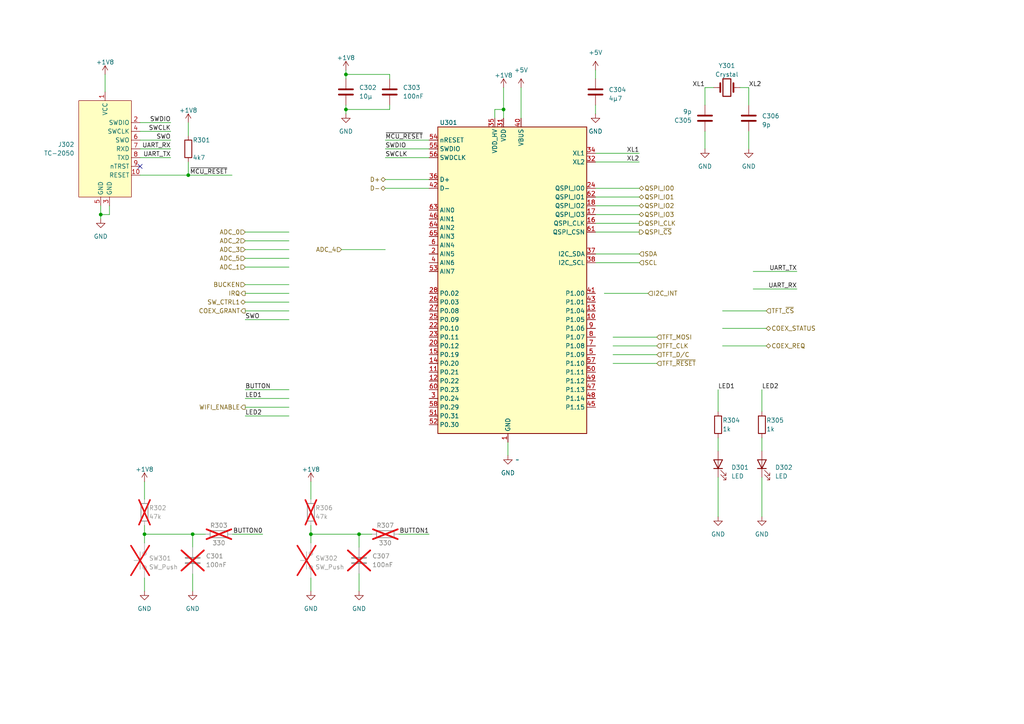
<source format=kicad_sch>
(kicad_sch (version 20231120) (generator "eeschema") (generator_version "8.0")
  (paper "A4")
  (title_block (title "Firewaterburn") (rev "0.2"))
  (lib_symbols
    (symbol "Device:C" (pin_numbers hide) (pin_names (offset 0.254))
      (property "Reference" "C" (at 0.635 2.54 0))
      (property "Value" "C" (at 0.635 -2.54 0))
      (symbol "C_0_1"
        (polyline (pts (xy -2.032 -0.762) (xy 2.032 -0.762)) (stroke (width 0.508)))
        (polyline (pts (xy -2.032 0.762) (xy 2.032 0.762)) (stroke (width 0.508)))
      )
      (symbol "C_1_1"
        (pin passive line (at 0 3.81 270) (length 2.794) (name "~") (number "1"))
        (pin passive line (at 0 -3.81 90) (length 2.794) (name "~") (number "2"))
      )
    )
    (symbol "Device:Crystal" (pin_numbers hide) (pin_names (offset 1.016) hide)
      (property "Reference" "Y" (at 0 3.81 0))
      (property "Value" "Crystal" (at 0 -3.81 0))
      (symbol "Crystal_0_1"
        (rectangle (start -1.143 2.54) (end 1.143 -2.54) (stroke (width 0.3048)))
        (polyline (pts (xy -2.54 0) (xy -1.905 0)))
        (polyline (pts (xy -1.905 -1.27) (xy -1.905 1.27)) (stroke (width 0.508)))
        (polyline (pts (xy 1.905 -1.27) (xy 1.905 1.27)) (stroke (width 0.508)))
        (polyline (pts (xy 2.54 0) (xy 1.905 0)))
      )
      (symbol "Crystal_1_1"
        (pin passive line (at -3.81 0 0) (length 1.27) (name "1") (number "1"))
        (pin passive line (at 3.81 0 180) (length 1.27) (name "2") (number "2"))
      )
    )
    (symbol "Device:LED" (pin_numbers hide) (pin_names (offset 1.016) hide)
      (property "Reference" "D" (at 0 2.54 0))
      (property "Value" "LED" (at 0 -2.54 0))
      (symbol "LED_0_1"
        (polyline (pts (xy -1.27 -1.27) (xy -1.27 1.27)) (stroke (width 0.254)))
        (polyline (pts (xy -1.27 0) (xy 1.27 0)))
        (polyline (pts (xy 1.27 -1.27) (xy 1.27 1.27) (xy -1.27 0) (xy 1.27 -1.27)) (stroke (width 0.254)))
        (polyline (pts (xy -3.048 -0.762) (xy -4.572 -2.286) (xy -3.81 -2.286) (xy -4.572 -2.286) (xy -4.572 -1.524)))
        (polyline (pts (xy -1.778 -0.762) (xy -3.302 -2.286) (xy -2.54 -2.286) (xy -3.302 -2.286) (xy -3.302 -1.524)))
      )
      (symbol "LED_1_1"
        (pin passive line (at -3.81 0 0) (length 2.54) (name "K") (number "1"))
        (pin passive line (at 3.81 0 180) (length 2.54) (name "A") (number "2"))
      )
    )
    (symbol "Device:R" (pin_numbers hide) (pin_names (offset 0))
      (property "Reference" "R" (at 2.032 0 90))
      (property "Value" "R" (at 0 0 90))
      (symbol "R_0_1"
        (rectangle (start -1.016 -2.54) (end 1.016 2.54) (stroke (width 0.254)))
      )
      (symbol "R_1_1"
        (pin passive line (at 0 3.81 270) (length 1.27) (name "~") (number "1"))
        (pin passive line (at 0 -3.81 90) (length 1.27) (name "~") (number "2"))
      )
    )
    (symbol "Switch:SW_Push" (pin_numbers hide) (pin_names (offset 1.016) hide)
      (property "Reference" "SW" (at 1.27 2.54 0))
      (property "Value" "SW_Push" (at 0 -1.524 0))
      (symbol "SW_Push_0_1"
        (circle (center -2.032 0) (radius 0.508))
        (polyline (pts (xy 0 1.27) (xy 0 3.048)))
        (polyline (pts (xy 2.54 1.27) (xy -2.54 1.27)))
        (circle (center 2.032 0) (radius 0.508))
        (pin passive line (at -5.08 0 0) (length 2.54) (name "1") (number "1"))
        (pin passive line (at 5.08 0 180) (length 2.54) (name "2") (number "2"))
      )
    )
    (symbol "mylib_connectors:TC-2050"
      (property "Reference" "J" (at -6.35 15.24 0))
      (property "Value" "TC-2050" (at 5.08 15.24 0))
      (symbol "TC-2050_1_1"
        (rectangle (start -7.62 13.97) (end 7.62 -13.97) (fill (type background)))
        (pin power_in line (at 0 16.51 270) (length 2.54) (name "VCC") (number "1"))
        (pin bidirectional line (at -10.16 -7.62 0) (length 2.54) (name "RESET") (number "10"))
        (pin bidirectional line (at -10.16 7.62 0) (length 2.54) (name "TMS") (number "2") (alternate "SWDIO" bidirectional line))
        (pin power_in line (at -1.27 -16.51 90) (length 2.54) (name "GND") (number "3"))
        (pin bidirectional line (at -10.16 5.08 0) (length 2.54) (name "TCK") (number "4") (alternate "SWCLK" bidirectional line))
        (pin power_in line (at 1.27 -16.51 90) (length 2.54) (name "GND") (number "5"))
        (pin bidirectional line (at -10.16 2.54 0) (length 2.54) (name "TDO") (number "6") (alternate "SWO" bidirectional line))
        (pin bidirectional line (at -10.16 0 0) (length 2.54) (name "RTCLK") (number "7") (alternate "RXD" bidirectional line))
        (pin bidirectional line (at -10.16 -2.54 0) (length 2.54) (name "TDI") (number "8") (alternate "TXD" bidirectional line))
        (pin bidirectional line (at -10.16 -5.08 0) (length 2.54) (name "nTRST") (number "9"))
      )
    )
    (symbol "mylib_ic:BL5340"
      (property "Reference" "U" (at 1.27 45.72 0))
      (symbol "BL5340_1_1"
        (rectangle (start -20.32 44.45) (end 22.86 -44.45) (stroke (width 0.254)) (fill (type background)))
        (pin power_in line (at 0 -46.99 90) (length 2.54) (name "GND") (number "1"))
        (pin bidirectional line (at 25.4 -11.43 180) (length 2.54) (name "P1.05") (number "10"))
        (pin bidirectional line (at -22.86 -26.67 0) (length 2.54) (name "P0.21") (number "11"))
        (pin bidirectional line (at -22.86 -29.21 0) (length 2.54) (name "P0.22") (number "12"))
        (pin bidirectional line (at 25.4 -8.89 180) (length 2.54) (name "P1.04") (number "13"))
        (pin bidirectional line (at -22.86 -24.13 0) (length 2.54) (name "P0.20") (number "14"))
        (pin bidirectional line (at -22.86 -21.59 0) (length 2.54) (name "P0.19") (number "15"))
        (pin bidirectional line (at 25.4 16.51 180) (length 2.54) (name "P0.17") (number "16") (alternate "QSPI_CLK" bidirectional line))
        (pin bidirectional line (at 25.4 19.05 180) (length 2.54) (name "P0.16") (number "17") (alternate "QSPI_IO3" bidirectional line))
        (pin bidirectional line (at 25.4 21.59 180) (length 2.54) (name "P0.15") (number "18") (alternate "QSPI_IO2" bidirectional line))
        (pin power_in line (at 0 -46.99 90) (length 2.54) hide (name "GND") (number "19"))
        (pin bidirectional line (at -22.86 7.62 0) (length 2.54) (name "P0.26") (number "2") (alternate "AIN5" bidirectional line))
        (pin bidirectional line (at -22.86 -19.05 0) (length 2.54) (name "P0.12") (number "20"))
        (pin power_in line (at 0 -46.99 90) (length 2.54) hide (name "GND") (number "21"))
        (pin bidirectional line (at -22.86 -13.97 0) (length 2.54) (name "P0.10") (number "22"))
        (pin bidirectional line (at -22.86 -16.51 0) (length 2.54) (name "P0.11") (number "23"))
        (pin bidirectional line (at 25.4 26.67 180) (length 2.54) (name "P0.13") (number "24") (alternate "QSPI_IO0" input line))
        (pin bidirectional line (at -22.86 -11.43 0) (length 2.54) (name "P0.09") (number "25"))
        (pin bidirectional line (at -22.86 -6.35 0) (length 2.54) (name "P0.03") (number "26"))
        (pin bidirectional line (at -22.86 -8.89 0) (length 2.54) (name "P0.08") (number "27"))
        (pin bidirectional line (at -22.86 -3.81 0) (length 2.54) (name "P0.02") (number "28"))
        (pin power_in line (at 0 -46.99 90) (length 2.54) hide (name "GND") (number "29"))
        (pin bidirectional line (at -22.86 -34.29 0) (length 2.54) (name "P0.24") (number "3"))
        (pin power_in line (at 0 -46.99 90) (length 2.54) hide (name "GND") (number "30"))
        (pin power_in line (at -1.27 46.99 270) (length 2.54) (name "VDD") (number "31"))
        (pin bidirectional line (at 25.4 34.29 180) (length 2.54) (name "P0.01") (number "32") (alternate "XL2" bidirectional line))
        (pin power_in line (at 0 -46.99 90) (length 2.54) hide (name "GND") (number "33"))
        (pin bidirectional line (at 25.4 36.83 180) (length 2.54) (name "P0.00") (number "34") (alternate "XL1" bidirectional line))
        (pin power_in line (at -3.81 46.99 270) (length 2.54) (name "VDD_HV") (number "35"))
        (pin bidirectional line (at -22.86 29.21 0) (length 2.54) (name "D+") (number "36"))
        (pin bidirectional line (at 25.4 7.62 180) (length 2.54) (name "P1.02") (number "37") (alternate "I2C_SDA" bidirectional line))
        (pin bidirectional line (at 25.4 5.08 180) (length 2.54) (name "P1.03") (number "38") (alternate "I2C_SCL" bidirectional line))
        (pin power_in line (at 0 -46.99 90) (length 2.54) hide (name "GND") (number "39"))
        (pin bidirectional line (at -22.86 5.08 0) (length 2.54) (name "P0.27") (number "4") (alternate "AIN6" bidirectional line))
        (pin power_in line (at 3.81 46.99 270) (length 2.54) (name "VBUS") (number "40"))
        (pin bidirectional line (at 25.4 -3.81 180) (length 2.54) (name "P1.00") (number "41"))
        (pin bidirectional line (at -22.86 26.67 0) (length 2.54) (name "D-") (number "42"))
        (pin bidirectional line (at 25.4 -6.35 180) (length 2.54) (name "P1.01") (number "43"))
        (pin power_in line (at 0 -46.99 90) (length 2.54) hide (name "GND") (number "44"))
        (pin bidirectional line (at 25.4 -36.83 180) (length 2.54) (name "P1.15") (number "45"))
        (pin bidirectional line (at -22.86 17.78 0) (length 2.54) (name "P0.05") (number "46") (alternate "AIN1" bidirectional line))
        (pin bidirectional line (at 25.4 -31.75 180) (length 2.54) (name "P1.13") (number "47"))
        (pin bidirectional line (at 25.4 -34.29 180) (length 2.54) (name "P1.14") (number "48"))
        (pin bidirectional line (at 25.4 -29.21 180) (length 2.54) (name "P1.12") (number "49"))
        (pin bidirectional line (at 25.4 -21.59 180) (length 2.54) (name "P1.09") (number "5"))
        (pin bidirectional line (at 25.4 -26.67 180) (length 2.54) (name "P1.11") (number "50"))
        (pin bidirectional line (at -22.86 -39.37 0) (length 2.54) (name "P0.31") (number "51"))
        (pin bidirectional line (at -22.86 -41.91 0) (length 2.54) (name "P0.30") (number "52"))
        (pin bidirectional line (at -22.86 2.54 0) (length 2.54) (name "P0.28") (number "53") (alternate "AIN7" bidirectional line))
        (pin bidirectional line (at -22.86 40.64 0) (length 2.54) (name "nRESET") (number "54"))
        (pin bidirectional line (at -22.86 38.1 0) (length 2.54) (name "SWDIO") (number "55"))
        (pin bidirectional line (at -22.86 35.56 0) (length 2.54) (name "SWDCLK") (number "56"))
        (pin bidirectional line (at 25.4 -24.13 180) (length 2.54) (name "P1.10") (number "57"))
        (pin bidirectional line (at -22.86 -36.83 0) (length 2.54) (name "P0.29") (number "58"))
        (pin power_in line (at 0 -46.99 90) (length 2.54) hide (name "GND") (number "59"))
        (pin bidirectional line (at -22.86 10.16 0) (length 2.54) (name "P0.25") (number "6") (alternate "AIN4" bidirectional line))
        (pin bidirectional line (at -22.86 -31.75 0) (length 2.54) (name "P0.23") (number "60"))
        (pin bidirectional line (at 25.4 13.97 180) (length 2.54) (name "P0.18") (number "61") (alternate "QSPI_CSN" bidirectional line))
        (pin bidirectional line (at 25.4 24.13 180) (length 2.54) (name "P0.14") (number "62") (alternate "QSPI_IO1" bidirectional line))
        (pin bidirectional line (at -22.86 20.32 0) (length 2.54) (name "P0.04") (number "63") (alternate "AIN0" bidirectional line))
        (pin bidirectional line (at -22.86 15.24 0) (length 2.54) (name "P0.06") (number "64") (alternate "AIN2" bidirectional line))
        (pin bidirectional line (at -22.86 12.7 0) (length 2.54) (name "P0.07") (number "65") (alternate "AIN3" bidirectional line))
        (pin power_in line (at 0 -46.99 90) (length 2.54) hide (name "GND") (number "66"))
        (pin power_in line (at 0 -46.99 90) (length 2.54) hide (name "GND") (number "67"))
        (pin power_in line (at 0 -46.99 90) (length 2.54) hide (name "GND") (number "68"))
        (pin power_in line (at 0 -46.99 90) (length 2.54) hide (name "GND") (number "69"))
        (pin bidirectional line (at 25.4 -19.05 180) (length 2.54) (name "P1.08") (number "7"))
        (pin power_in line (at 0 -46.99 90) (length 2.54) hide (name "GND") (number "70"))
        (pin power_in line (at 0 -46.99 90) (length 2.54) hide (name "GND") (number "71"))
        (pin no_connect line (at -5.08 -46.99 90) (length 2.54) hide (name "NC") (number "72"))
        (pin power_in line (at 0 -46.99 90) (length 2.54) hide (name "GND") (number "73"))
        (pin power_in line (at 0 -46.99 90) (length 2.54) hide (name "GND") (number "74"))
        (pin power_in line (at 0 -46.99 90) (length 2.54) hide (name "GND") (number "75"))
        (pin bidirectional line (at 25.4 -16.51 180) (length 2.54) (name "P1.07") (number "8"))
        (pin bidirectional line (at 25.4 -13.97 180) (length 2.54) (name "P1.06") (number "9"))
      )
    )
    (symbol "power:+1V8" (power) (pin_names (offset 0))
      (property "Value" "+1V8" (at 0 3.556 0))
      (symbol "+1V8_0_1"
        (polyline (pts (xy -0.762 1.27) (xy 0 2.54)))
        (polyline (pts (xy 0 0) (xy 0 2.54)))
        (polyline (pts (xy 0 2.54) (xy 0.762 1.27)))
      )
      (symbol "+1V8_1_1"
        (pin power_in line (at 0 0 90) (length 0) hide (name "+1V8") (number "1"))
      )
    )
    (symbol "power:+5V" (power) (pin_names (offset 0))
      (property "Value" "+5V" (at 0 3.556 0))
      (symbol "+5V_0_1"
        (polyline (pts (xy -0.762 1.27) (xy 0 2.54)))
        (polyline (pts (xy 0 0) (xy 0 2.54)))
        (polyline (pts (xy 0 2.54) (xy 0.762 1.27)))
      )
      (symbol "+5V_1_1"
        (pin power_in line (at 0 0 90) (length 0) hide (name "+5V") (number "1"))
      )
    )
    (symbol "power:GND" (power) (pin_names (offset 0))
      (property "Value" "GND" (at 0 -3.81 0))
      (symbol "GND_0_1"
        (polyline (pts (xy 0 0) (xy 0 -1.27) (xy 1.27 -1.27) (xy 0 -2.54) (xy -1.27 -1.27) (xy 0 -1.27)))
      )
      (symbol "GND_1_1"
        (pin power_in line (at 0 0 270) (length 0) hide (name "GND") (number "1"))
      )
    )
  )
  (junction (at 146.05 31.75))
  (junction (at 41.91 154.94))
  (junction (at 100.33 31.75))
  (junction (at 29.21 62.23))
  (junction (at 104.14 154.94))
  (junction (at 55.88 154.94))
  (junction (at 100.33 21.59))
  (junction (at 54.61 50.8))
  (junction (at 90.17 154.94))
  (no_connect (at 40.64 48.26))
  (wire (pts (xy 100.33 20.32) (xy 100.33 21.59)))
  (wire (pts (xy 83.82 87.63) (xy 71.12 87.63)))
  (wire (pts (xy 55.88 166.37) (xy 55.88 171.45)))
  (wire (pts (xy 83.82 90.17) (xy 71.12 90.17)))
  (wire (pts (xy 111.76 43.18) (xy 124.46 43.18)))
  (wire (pts (xy 172.72 54.61) (xy 185.42 54.61)))
  (wire (pts (xy 104.14 166.37) (xy 104.14 171.45)))
  (wire (pts (xy 113.03 30.48) (xy 113.03 31.75)))
  (wire (pts (xy 54.61 50.8) (xy 67.31 50.8)))
  (wire (pts (xy 55.88 154.94) (xy 59.69 154.94)))
  (wire (pts (xy 29.21 62.23) (xy 31.75 62.23)))
  (wire (pts (xy 151.13 25.4) (xy 151.13 34.29)))
  (wire (pts (xy 207.01 25.4) (xy 204.47 25.4)))
  (wire (pts (xy 172.72 67.31) (xy 185.42 67.31)))
  (wire (pts (xy 100.33 31.75) (xy 113.03 31.75)))
  (wire (pts (xy 124.46 52.07) (xy 111.76 52.07)))
  (wire (pts (xy 49.53 38.1) (xy 40.64 38.1)))
  (wire (pts (xy 41.91 139.7) (xy 41.91 144.78)))
  (wire (pts (xy 208.28 127) (xy 208.28 130.81)))
  (wire (pts (xy 29.21 59.69) (xy 29.21 62.23)))
  (wire (pts (xy 71.12 115.57) (xy 83.82 115.57)))
  (wire (pts (xy 147.32 128.27) (xy 147.32 132.08)))
  (wire (pts (xy 71.12 72.39) (xy 83.82 72.39)))
  (wire (pts (xy 217.17 38.1) (xy 217.17 43.18)))
  (wire (pts (xy 172.72 57.15) (xy 185.42 57.15)))
  (wire (pts (xy 71.12 85.09) (xy 83.82 85.09)))
  (wire (pts (xy 172.72 30.48) (xy 172.72 33.02)))
  (wire (pts (xy 190.5 100.33) (xy 177.8 100.33)))
  (wire (pts (xy 100.33 21.59) (xy 113.03 21.59)))
  (wire (pts (xy 83.82 118.11) (xy 71.12 118.11)))
  (wire (pts (xy 40.64 50.8) (xy 54.61 50.8)))
  (wire (pts (xy 204.47 38.1) (xy 204.47 43.18)))
  (wire (pts (xy 71.12 77.47) (xy 83.82 77.47)))
  (wire (pts (xy 83.82 82.55) (xy 71.12 82.55)))
  (wire (pts (xy 220.98 138.43) (xy 220.98 149.86)))
  (wire (pts (xy 90.17 154.94) (xy 90.17 157.48)))
  (wire (pts (xy 55.88 154.94) (xy 55.88 158.75)))
  (wire (pts (xy 231.14 83.82) (xy 218.44 83.82)))
  (wire (pts (xy 187.96 85.09) (xy 175.26 85.09)))
  (wire (pts (xy 49.53 35.56) (xy 40.64 35.56)))
  (wire (pts (xy 208.28 138.43) (xy 208.28 149.86)))
  (wire (pts (xy 71.12 67.31) (xy 83.82 67.31)))
  (wire (pts (xy 71.12 69.85) (xy 83.82 69.85)))
  (wire (pts (xy 30.48 21.59) (xy 30.48 26.67)))
  (wire (pts (xy 172.72 46.99) (xy 185.42 46.99)))
  (wire (pts (xy 208.28 119.38) (xy 208.28 113.03)))
  (wire (pts (xy 100.33 30.48) (xy 100.33 31.75)))
  (wire (pts (xy 90.17 167.64) (xy 90.17 171.45)))
  (wire (pts (xy 209.55 100.33) (xy 222.25 100.33)))
  (wire (pts (xy 76.2 154.94) (xy 67.31 154.94)))
  (wire (pts (xy 113.03 22.86) (xy 113.03 21.59)))
  (wire (pts (xy 71.12 113.03) (xy 83.82 113.03)))
  (wire (pts (xy 146.05 31.75) (xy 146.05 34.29)))
  (wire (pts (xy 124.46 54.61) (xy 111.76 54.61)))
  (wire (pts (xy 143.51 31.75) (xy 146.05 31.75)))
  (wire (pts (xy 222.25 90.17) (xy 209.55 90.17)))
  (wire (pts (xy 99.06 72.39) (xy 111.76 72.39)))
  (wire (pts (xy 54.61 35.56) (xy 54.61 39.37)))
  (wire (pts (xy 40.64 43.18) (xy 49.53 43.18)))
  (wire (pts (xy 185.42 76.2) (xy 172.72 76.2)))
  (wire (pts (xy 41.91 154.94) (xy 41.91 157.48)))
  (wire (pts (xy 209.55 95.25) (xy 222.25 95.25)))
  (wire (pts (xy 90.17 152.4) (xy 90.17 154.94)))
  (wire (pts (xy 104.14 154.94) (xy 107.95 154.94)))
  (wire (pts (xy 172.72 20.32) (xy 172.72 22.86)))
  (wire (pts (xy 172.72 62.23) (xy 185.42 62.23)))
  (wire (pts (xy 190.5 102.87) (xy 177.8 102.87)))
  (wire (pts (xy 190.5 105.41) (xy 177.8 105.41)))
  (wire (pts (xy 29.21 62.23) (xy 29.21 63.5)))
  (wire (pts (xy 172.72 44.45) (xy 185.42 44.45)))
  (wire (pts (xy 220.98 127) (xy 220.98 130.81)))
  (wire (pts (xy 41.91 167.64) (xy 41.91 171.45)))
  (wire (pts (xy 217.17 30.48) (xy 217.17 25.4)))
  (wire (pts (xy 41.91 154.94) (xy 55.88 154.94)))
  (wire (pts (xy 100.33 31.75) (xy 100.33 33.02)))
  (wire (pts (xy 190.5 97.79) (xy 177.8 97.79)))
  (wire (pts (xy 31.75 59.69) (xy 31.75 62.23)))
  (wire (pts (xy 111.76 45.72) (xy 124.46 45.72)))
  (wire (pts (xy 71.12 120.65) (xy 83.82 120.65)))
  (wire (pts (xy 172.72 64.77) (xy 185.42 64.77)))
  (wire (pts (xy 41.91 152.4) (xy 41.91 154.94)))
  (wire (pts (xy 71.12 74.93) (xy 83.82 74.93)))
  (wire (pts (xy 220.98 119.38) (xy 220.98 113.03)))
  (wire (pts (xy 40.64 45.72) (xy 49.53 45.72)))
  (wire (pts (xy 146.05 25.4) (xy 146.05 31.75)))
  (wire (pts (xy 124.46 154.94) (xy 115.57 154.94)))
  (wire (pts (xy 54.61 46.99) (xy 54.61 50.8)))
  (wire (pts (xy 104.14 154.94) (xy 104.14 158.75)))
  (wire (pts (xy 100.33 21.59) (xy 100.33 22.86)))
  (wire (pts (xy 71.12 92.71) (xy 83.82 92.71)))
  (wire (pts (xy 217.17 25.4) (xy 214.63 25.4)))
  (wire (pts (xy 143.51 34.29) (xy 143.51 31.75)))
  (wire (pts (xy 90.17 139.7) (xy 90.17 144.78)))
  (wire (pts (xy 185.42 73.66) (xy 172.72 73.66)))
  (wire (pts (xy 111.76 40.64) (xy 124.46 40.64)))
  (wire (pts (xy 49.53 40.64) (xy 40.64 40.64)))
  (wire (pts (xy 172.72 59.69) (xy 185.42 59.69)))
  (wire (pts (xy 204.47 25.4) (xy 204.47 30.48)))
  (wire (pts (xy 90.17 154.94) (xy 104.14 154.94)))
  (wire (pts (xy 231.14 78.74) (xy 218.44 78.74)))
  (label "~{MCU_RESET}" (at 66.04 50.8 180))
  (label "SWO" (at 71.12 92.71 0))
  (label "XL2" (at 217.17 25.4 0))
  (label "SWDIO" (at 49.53 35.56 180))
  (label "LED1" (at 208.28 113.03 0))
  (label "UART_RX" (at 231.14 83.82 180))
  (label "BUTTON1" (at 124.46 154.94 180))
  (label "XL1" (at 185.42 44.45 180))
  (label "SWO" (at 49.53 40.64 180))
  (label "XL2" (at 185.42 46.99 180))
  (label "~{MCU_RESET}" (at 111.76 40.64 0))
  (label "UART_RX" (at 49.53 43.18 180))
  (label "LED2" (at 220.98 113.03 0))
  (label "SWCLK" (at 111.76 45.72 0))
  (label "XL1" (at 204.47 25.4 180))
  (label "BUTTON" (at 71.12 113.03 0))
  (label "UART_TX" (at 231.14 78.74 180))
  (label "LED1" (at 71.12 115.57 0))
  (label "UART_TX" (at 49.53 45.72 180))
  (label "BUTTON0" (at 76.2 154.94 180))
  (label "SWCLK" (at 49.53 38.1 180))
  (label "SWDIO" (at 111.76 43.18 0))
  (label "LED2" (at 71.12 120.65 0))
  (hierarchical_label "COEX_REQ" (shape bidirectional) (at 222.25 100.33 0))
  (hierarchical_label "TFT_~{RESET}" (shape input) (at 190.5 105.41 0))
  (hierarchical_label "TFT_CLK" (shape input) (at 190.5 100.33 0))
  (hierarchical_label "QSPI_CLK" (shape output) (at 185.42 64.77 0))
  (hierarchical_label "IRQ" (shape output) (at 71.12 85.09 180))
  (hierarchical_label "QSPI_~{CS}" (shape output) (at 185.42 67.31 0))
  (hierarchical_label "SDA" (shape input) (at 185.42 73.66 0))
  (hierarchical_label "SCL" (shape input) (at 185.42 76.2 0))
  (hierarchical_label "QSPI_IO1" (shape bidirectional) (at 185.42 57.15 0))
  (hierarchical_label "ADC_4" (shape input) (at 99.06 72.39 180))
  (hierarchical_label "D+" (shape bidirectional) (at 111.76 52.07 180))
  (hierarchical_label "TFT_D{slash}C" (shape input) (at 190.5 102.87 0))
  (hierarchical_label "ADC_3" (shape input) (at 71.12 72.39 180))
  (hierarchical_label "ADC_1" (shape input) (at 71.12 77.47 180))
  (hierarchical_label "COEX_GRANT" (shape output) (at 71.12 90.17 180))
  (hierarchical_label "COEX_STATUS" (shape bidirectional) (at 222.25 95.25 0))
  (hierarchical_label "SW_CTRL1" (shape bidirectional) (at 71.12 87.63 180))
  (hierarchical_label "QSPI_IO2" (shape bidirectional) (at 185.42 59.69 0))
  (hierarchical_label "ADC_5" (shape input) (at 71.12 74.93 180))
  (hierarchical_label "QSPI_IO3" (shape bidirectional) (at 185.42 62.23 0))
  (hierarchical_label "D-" (shape bidirectional) (at 111.76 54.61 180))
  (hierarchical_label "QSPI_IO0" (shape bidirectional) (at 185.42 54.61 0))
  (hierarchical_label "TFT_MOSI" (shape input) (at 190.5 97.79 0))
  (hierarchical_label "I2C_INT" (shape input) (at 187.96 85.09 0))
  (hierarchical_label "ADC_0" (shape input) (at 71.12 67.31 180))
  (hierarchical_label "TFT_~{CS}" (shape input) (at 222.25 90.17 0))
  (hierarchical_label "WIFI_ENABLE" (shape output) (at 71.12 118.11 180))
  (hierarchical_label "ADC_2" (shape input) (at 71.12 69.85 180))
  (hierarchical_label "BUCKEN" (shape input) (at 71.12 82.55 180))
  (symbol (lib_id "Device:C") (at 55.88 162.56 0) (unit 1) (exclude_from_sim yes) (in_bom no) (on_board no) (dnp yes)
    (property "Reference" "C301" (at 59.69 161.2899 0) (effects (justify left)))
    (property "Value" "100nF" (at 59.69 163.8299 0) (effects (justify left)))
    (property "Footprint" "Capacitor_SMD:C_0603_1608Metric" (effects (hide yes)))
    (property "Digikey" "1276-1006-1-ND" (effects (hide yes)))
  )
  (symbol (lib_id "Device:R") (at 54.61 43.18 0) (unit 1)
    (property "Reference" "R301" (at 55.88 40.64 0) (effects (justify left)))
    (property "Value" "4k7" (at 55.88 45.72 0) (effects (justify left)))
    (property "Footprint" "Resistor_SMD:R_0603_1608Metric" (effects (hide yes)))
    (property "Digikey" "311-4.70KHRCT-ND" (effects (hide yes)))
  )
  (symbol (lib_id "power:GND") (at 147.32 132.08 0) (unit 1)
    (property "Reference" "#PWR0310" (effects (hide yes)))
    (property "Value" "GND" (at 147.32 137.16 0))
  )
  (symbol (lib_id "power:GND") (at 204.47 43.18 0) (unit 1)
    (property "Reference" "#PWR0314" (effects (hide yes)))
    (property "Value" "GND" (at 204.47 48.26 0))
  )
  (symbol (lib_id "Device:C") (at 204.47 34.29 180) (unit 1)
    (property "Reference" "C305" (at 200.66 34.925 0) (effects (justify left)))
    (property "Value" "9p" (at 200.66 32.385 0) (effects (justify left)))
    (property "Footprint" "Capacitor_SMD:C_0603_1608Metric" (effects (hide yes)))
    (property "Digikey" "445-5627-1-ND" (effects (hide yes)))
  )
  (symbol (lib_id "power:+1V8") (at 90.17 139.7 0) (unit 1)
    (property "Reference" "#PWR0318" (effects (hide yes)))
    (property "Value" "+1V8" (at 90.17 136.144 0))
    (property "Description" "Power symbol creates a global label with name \"+1V8\"" (effects (hide yes)))
  )
  (symbol (lib_id "power:GND") (at 29.21 63.5 0) (unit 1)
    (property "Reference" "#PWR0302" (effects (hide yes)))
    (property "Value" "GND" (at 29.21 68.58 0))
  )
  (symbol (lib_id "mylib_connectors:TC-2050") (at 30.48 43.18 0) (mirror y) (unit 1)
    (property "Reference" "J302" (at 21.59 41.9099 0) (effects (justify left)))
    (property "Value" "TC-2050" (at 21.59 44.4499 0) (effects (justify left)))
    (property "Footprint" "mylib_connector:TC-2050" (effects (hide yes)))
    (pin "6" (alternate "SWO"))
    (pin "8" (alternate "TXD"))
    (pin "4" (alternate "SWCLK"))
    (pin "2" (alternate "SWDIO"))
    (pin "7" (alternate "RXD"))
  )
  (symbol (lib_id "Device:Crystal") (at 210.82 25.4 180) (unit 1)
    (property "Reference" "Y301" (at 210.82 19.05 0))
    (property "Value" "Crystal" (at 210.82 21.59 0))
    (property "Footprint" "mylib_ic:CM8V-T1A-2Pin_2.0x1.2mm" (effects (hide yes)))
    (property "Digikey" "2195-CM8V-T1A-32.768KHZ-9PF-20PPM-TA-QCCT-ND" (effects (hide yes)))
  )
  (symbol (lib_id "power:GND") (at 90.17 171.45 0) (unit 1)
    (property "Reference" "#PWR0319" (effects (hide yes)))
    (property "Value" "GND" (at 90.17 176.53 0))
  )
  (symbol (lib_id "Device:C") (at 217.17 34.29 0) (unit 1)
    (property "Reference" "C306" (at 220.98 33.655 0) (effects (justify left)))
    (property "Value" "9p" (at 220.98 36.195 0) (effects (justify left)))
    (property "Footprint" "Capacitor_SMD:C_0603_1608Metric" (effects (hide yes)))
    (property "Digikey" "445-5627-1-ND" (effects (hide yes)))
  )
  (symbol (lib_id "power:+5V") (at 151.13 25.4 0) (unit 1)
    (property "Reference" "#PWR0311" (effects (hide yes)))
    (property "Value" "+5V" (at 151.13 20.32 0))
  )
  (symbol (lib_id "power:GND") (at 104.14 171.45 0) (unit 1)
    (property "Reference" "#PWR0320" (effects (hide yes)))
    (property "Value" "GND" (at 104.14 176.53 0))
  )
  (symbol (lib_id "power:GND") (at 55.88 171.45 0) (unit 1)
    (property "Reference" "#PWR0306" (effects (hide yes)))
    (property "Value" "GND" (at 55.88 176.53 0))
  )
  (symbol (lib_id "power:+1V8") (at 54.61 35.56 0) (unit 1)
    (property "Reference" "#PWR0303" (effects (hide yes)))
    (property "Value" "+1V8" (at 54.61 32.004 0))
    (property "Description" "Power symbol creates a global label with name \"+1V8\"" (effects (hide yes)))
  )
  (symbol (lib_id "Device:LED") (at 220.98 134.62 90) (unit 1)
    (property "Reference" "D302" (at 224.79 135.5725 90) (effects (justify right)))
    (property "Value" "LED" (at 224.79 138.1125 90) (effects (justify right)))
    (property "Footprint" "LED_SMD:LED_0603_1608Metric" (effects (hide yes)))
    (property "Digikey" "516-HSMS-C197CT-ND" (effects (hide yes)))
  )
  (symbol (lib_id "power:GND") (at 220.98 149.86 0) (unit 1)
    (property "Reference" "#PWR0317" (effects (hide yes)))
    (property "Value" "GND" (at 220.98 154.94 0))
  )
  (symbol (lib_id "power:+1V8") (at 30.48 21.59 0) (unit 1)
    (property "Reference" "#PWR0301" (effects (hide yes)))
    (property "Value" "+1V8" (at 30.48 18.034 0))
    (property "Description" "Power symbol creates a global label with name \"+1V8\"" (effects (hide yes)))
  )
  (symbol (lib_id "Device:R") (at 111.76 154.94 270) (unit 1) (exclude_from_sim yes) (in_bom no) (on_board no) (dnp yes)
    (property "Reference" "R307" (at 114.3 152.4 90) (effects (justify right)))
    (property "Value" "330" (at 113.665 157.48 90) (effects (justify right)))
    (property "Footprint" "Resistor_SMD:R_0603_1608Metric" (effects (hide yes)))
  )
  (symbol (lib_id "Device:C") (at 113.03 26.67 0) (unit 1)
    (property "Reference" "C303" (at 116.84 25.3999 0) (effects (justify left)))
    (property "Value" "100nF" (at 116.84 27.9399 0) (effects (justify left)))
    (property "Footprint" "Capacitor_SMD:C_0603_1608Metric" (effects (hide yes)))
    (property "Digikey" "1276-1006-1-ND" (effects (hide yes)))
  )
  (symbol (lib_id "power:+5V") (at 172.72 20.32 0) (unit 1)
    (property "Reference" "#PWR0312" (effects (hide yes)))
    (property "Value" "+5V" (at 172.72 15.24 0))
  )
  (symbol (lib_id "Device:R") (at 90.17 148.59 180) (unit 1) (exclude_from_sim yes) (in_bom no) (on_board no) (dnp yes)
    (property "Reference" "R306" (at 91.44 147.32 0) (effects (justify right)))
    (property "Value" "47k" (at 91.44 149.86 0) (effects (justify right)))
    (property "Footprint" "Resistor_SMD:R_0603_1608Metric" (effects (hide yes)))
  )
  (symbol (lib_id "power:GND") (at 41.91 171.45 0) (unit 1)
    (property "Reference" "#PWR0305" (effects (hide yes)))
    (property "Value" "GND" (at 41.91 176.53 0))
  )
  (symbol (lib_id "mylib_ic:BL5340") (at 147.32 81.28 0) (unit 1)
    (property "Reference" "U301" (at 127.508 35.56 0) (effects (justify left)))
    (property "Value" "~" (at 149.5141 133.35 0) (effects (justify left)))
    (property "Footprint" "mylib_ic:BL5340" (effects (hide yes)))
    (pin "61" (alternate "QSPI_CSN"))
    (pin "62" (alternate "QSPI_IO1"))
    (pin "63" (alternate "AIN0"))
    (pin "64" (alternate "AIN2"))
    (pin "65" (alternate "AIN3"))
    (pin "6" (alternate "AIN4"))
    (pin "24" (alternate "QSPI_IO0"))
    (pin "2" (alternate "AIN5"))
    (pin "34" (alternate "XL1"))
    (pin "37" (alternate "I2C_SDA"))
    (pin "38" (alternate "I2C_SCL"))
    (pin "4" (alternate "AIN6"))
    (pin "32" (alternate "XL2"))
    (pin "46" (alternate "AIN1"))
    (pin "17" (alternate "QSPI_IO3"))
    (pin "18" (alternate "QSPI_IO2"))
    (pin "16" (alternate "QSPI_CLK"))
    (pin "53" (alternate "AIN7"))
  )
  (symbol (lib_id "Switch:SW_Push") (at 41.91 162.56 90) (unit 1) (exclude_from_sim yes) (in_bom no) (on_board no) (dnp yes)
    (property "Reference" "SW301" (at 43.18 161.925 90) (effects (justify right)))
    (property "Value" "SW_Push" (at 43.18 164.465 90) (effects (justify right)))
    (property "Footprint" "Button_Switch_SMD:SW_SPST_EVQP7A" (effects (hide yes)))
    (property "Digikey" "  732-436333033816TR-ND" (effects (hide yes)))
  )
  (symbol (lib_id "power:+1V8") (at 100.33 20.32 0) (unit 1)
    (property "Reference" "#PWR0307" (effects (hide yes)))
    (property "Value" "+1V8" (at 100.33 16.764 0))
    (property "Description" "Power symbol creates a global label with name \"+1V8\"" (effects (hide yes)))
  )
  (symbol (lib_id "Device:C") (at 172.72 26.67 0) (unit 1)
    (property "Reference" "C304" (at 176.53 26.035 0) (effects (justify left)))
    (property "Value" "4µ7" (at 176.53 28.575 0) (effects (justify left)))
    (property "Footprint" "Capacitor_SMD:C_0603_1608Metric" (effects (hide yes)))
    (property "Digikey" "478-06033D475KAT2ACT-ND" (effects (hide yes)))
  )
  (symbol (lib_id "power:+1V8") (at 146.05 25.4 0) (unit 1)
    (property "Reference" "#PWR0309" (effects (hide yes)))
    (property "Value" "+1V8" (at 146.05 21.844 0))
    (property "Description" "Power symbol creates a global label with name \"+1V8\"" (effects (hide yes)))
  )
  (symbol (lib_id "Device:R") (at 41.91 148.59 180) (unit 1) (exclude_from_sim yes) (in_bom no) (on_board no) (dnp yes)
    (property "Reference" "R302" (at 43.18 147.32 0) (effects (justify right)))
    (property "Value" "47k" (at 43.18 149.86 0) (effects (justify right)))
    (property "Footprint" "Resistor_SMD:R_0603_1608Metric" (effects (hide yes)))
  )
  (symbol (lib_id "Device:R") (at 208.28 123.19 180) (unit 1)
    (property "Reference" "R304" (at 209.55 121.92 0) (effects (justify right)))
    (property "Value" "1k" (at 209.55 124.46 0) (effects (justify right)))
    (property "Footprint" "Resistor_SMD:R_0603_1608Metric" (effects (hide yes)))
    (property "Digikey" "RNCP0603FTD1K00CT-ND" (effects (hide yes)))
  )
  (symbol (lib_id "Device:C") (at 100.33 26.67 0) (unit 1)
    (property "Reference" "C302" (at 104.14 25.3999 0) (effects (justify left)))
    (property "Value" "10µ" (at 104.14 27.9399 0) (effects (justify left)))
    (property "Footprint" "Capacitor_SMD:C_0603_1608Metric" (effects (hide yes)))
    (property "Digikey" "490-18214-1-ND" (effects (hide yes)))
  )
  (symbol (lib_id "Switch:SW_Push") (at 90.17 162.56 90) (unit 1) (exclude_from_sim yes) (in_bom no) (on_board no) (dnp yes)
    (property "Reference" "SW302" (at 91.44 161.925 90) (effects (justify right)))
    (property "Value" "SW_Push" (at 91.44 164.465 90) (effects (justify right)))
    (property "Footprint" "Button_Switch_SMD:SW_SPST_EVQP7A" (effects (hide yes)))
    (property "Digikey" "  732-436333033816TR-ND" (effects (hide yes)))
  )
  (symbol (lib_id "power:GND") (at 217.17 43.18 0) (unit 1)
    (property "Reference" "#PWR0316" (effects (hide yes)))
    (property "Value" "GND" (at 217.17 48.26 0))
  )
  (symbol (lib_id "Device:R") (at 220.98 123.19 180) (unit 1)
    (property "Reference" "R305" (at 222.25 121.92 0) (effects (justify right)))
    (property "Value" "1k" (at 222.25 124.46 0) (effects (justify right)))
    (property "Footprint" "Resistor_SMD:R_0603_1608Metric" (effects (hide yes)))
    (property "Digikey" "RNCP0603FTD1K00CT-ND" (effects (hide yes)))
  )
  (symbol (lib_id "power:GND") (at 172.72 33.02 0) (unit 1)
    (property "Reference" "#PWR0313" (effects (hide yes)))
    (property "Value" "GND" (at 172.72 38.1 0))
  )
  (symbol (lib_id "Device:C") (at 104.14 162.56 0) (unit 1) (exclude_from_sim yes) (in_bom no) (on_board no) (dnp yes)
    (property "Reference" "C307" (at 107.95 161.2899 0) (effects (justify left)))
    (property "Value" "100nF" (at 107.95 163.8299 0) (effects (justify left)))
    (property "Footprint" "Capacitor_SMD:C_0603_1608Metric" (effects (hide yes)))
    (property "Digikey" "1276-1006-1-ND" (effects (hide yes)))
  )
  (symbol (lib_id "power:+1V8") (at 41.91 139.7 0) (unit 1)
    (property "Reference" "#PWR0304" (effects (hide yes)))
    (property "Value" "+1V8" (at 41.91 136.144 0))
    (property "Description" "Power symbol creates a global label with name \"+1V8\"" (effects (hide yes)))
  )
  (symbol (lib_id "Device:R") (at 63.5 154.94 270) (unit 1) (exclude_from_sim yes) (in_bom no) (on_board no) (dnp yes)
    (property "Reference" "R303" (at 66.04 152.4 90) (effects (justify right)))
    (property "Value" "330" (at 65.405 157.48 90) (effects (justify right)))
    (property "Footprint" "Resistor_SMD:R_0603_1608Metric" (effects (hide yes)))
  )
  (symbol (lib_id "power:GND") (at 208.28 149.86 0) (unit 1)
    (property "Reference" "#PWR0315" (effects (hide yes)))
    (property "Value" "GND" (at 208.28 154.94 0))
  )
  (symbol (lib_id "Device:LED") (at 208.28 134.62 90) (unit 1)
    (property "Reference" "D301" (at 212.09 135.5725 90) (effects (justify right)))
    (property "Value" "LED" (at 212.09 138.1125 90) (effects (justify right)))
    (property "Footprint" "LED_SMD:LED_0603_1608Metric" (effects (hide yes)))
    (property "Digikey" "516-HSMS-C197CT-ND" (effects (hide yes)))
  )
  (symbol (lib_id "power:GND") (at 100.33 33.02 0) (unit 1)
    (property "Reference" "#PWR0308" (effects (hide yes)))
    (property "Value" "GND" (at 100.33 38.1 0))
  )
)
</source>
